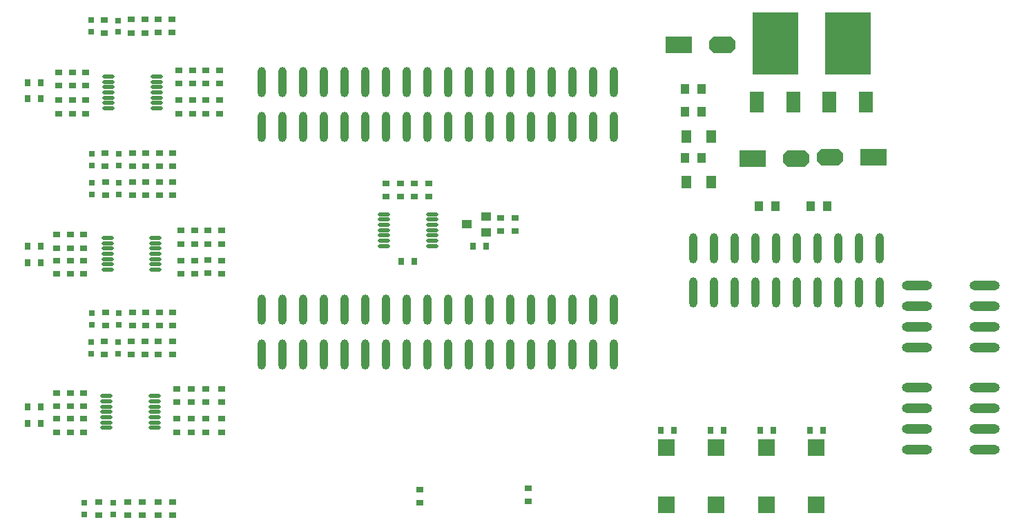
<source format=gtp>
G04 Layer_Color=8421504*
%FSLAX25Y25*%
%MOIN*%
G70*
G01*
G75*
%ADD10O,0.04016X0.14567*%
%ADD11R,0.03500X0.03000*%
%ADD12R,0.05000X0.06000*%
%ADD13R,0.04000X0.05000*%
G04:AMPARAMS|DCode=14|XSize=125.98mil|YSize=78.74mil|CornerRadius=0mil|HoleSize=0mil|Usage=FLASHONLY|Rotation=180.000|XOffset=0mil|YOffset=0mil|HoleType=Round|Shape=Octagon|*
%AMOCTAGOND14*
4,1,8,-0.06299,0.01968,-0.06299,-0.01968,-0.04331,-0.03937,0.04331,-0.03937,0.06299,-0.01968,0.06299,0.01968,0.04331,0.03937,-0.04331,0.03937,-0.06299,0.01968,0.0*
%
%ADD14OCTAGOND14*%

%ADD15R,0.12598X0.07874*%
%ADD16R,0.03000X0.03500*%
%ADD17O,0.14567X0.04528*%
%ADD18R,0.07874X0.07874*%
%ADD19R,0.04724X0.03937*%
%ADD20O,0.05905X0.01772*%
%ADD21R,0.03000X0.02500*%
%ADD22R,0.07000X0.10000*%
%ADD23R,0.21850X0.29921*%
D10*
X233961Y82139D02*
D03*
X213961D02*
D03*
X203961D02*
D03*
X193961D02*
D03*
X183961D02*
D03*
X173961D02*
D03*
X163961D02*
D03*
X153961D02*
D03*
X233961Y103639D02*
D03*
X213961D02*
D03*
X203961D02*
D03*
X193961D02*
D03*
X183961D02*
D03*
X173961D02*
D03*
X143961Y82139D02*
D03*
X133961D02*
D03*
X163961Y103639D02*
D03*
X153961D02*
D03*
X143961D02*
D03*
X133961D02*
D03*
X223961D02*
D03*
Y82139D02*
D03*
Y192189D02*
D03*
Y213689D02*
D03*
X133961D02*
D03*
X143961D02*
D03*
X153961D02*
D03*
X163961D02*
D03*
X133961Y192189D02*
D03*
X143961D02*
D03*
X173961Y213689D02*
D03*
X183961D02*
D03*
X193961D02*
D03*
X203961D02*
D03*
X213961D02*
D03*
X233961D02*
D03*
X153961Y192189D02*
D03*
X163961D02*
D03*
X173961D02*
D03*
X183961D02*
D03*
X193961D02*
D03*
X203961D02*
D03*
X213961D02*
D03*
X233961D02*
D03*
X243961Y103639D02*
D03*
X253961D02*
D03*
X263961D02*
D03*
X273961D02*
D03*
X243961Y82139D02*
D03*
X253961D02*
D03*
X283961Y103639D02*
D03*
X293961D02*
D03*
X303961D02*
D03*
X263961Y82139D02*
D03*
X273961D02*
D03*
X283961D02*
D03*
X293961D02*
D03*
X303961D02*
D03*
Y192189D02*
D03*
X293961D02*
D03*
X283961D02*
D03*
X273961D02*
D03*
X263961D02*
D03*
X303961Y213689D02*
D03*
X293961D02*
D03*
X283961D02*
D03*
X253961Y192189D02*
D03*
X243961D02*
D03*
X273961Y213689D02*
D03*
X263961D02*
D03*
X253961D02*
D03*
X243961D02*
D03*
X342418Y133600D02*
D03*
X352300D02*
D03*
X362300D02*
D03*
X372300D02*
D03*
X382300D02*
D03*
X392300D02*
D03*
X402300D02*
D03*
X412300D02*
D03*
X342300Y112100D02*
D03*
X352300D02*
D03*
X362300D02*
D03*
X372300D02*
D03*
X382300D02*
D03*
X392300D02*
D03*
X422300Y133600D02*
D03*
X432300D02*
D03*
X402300Y112100D02*
D03*
X412300D02*
D03*
X422300D02*
D03*
X432300D02*
D03*
D11*
X200900Y158500D02*
D03*
Y164900D02*
D03*
X214650D02*
D03*
Y158500D02*
D03*
X207816Y164900D02*
D03*
Y158500D02*
D03*
X194150Y164900D02*
D03*
Y158500D02*
D03*
X256350Y148200D02*
D03*
Y141800D02*
D03*
X249350Y148200D02*
D03*
Y141800D02*
D03*
X114700Y121100D02*
D03*
Y127500D02*
D03*
X108200Y121300D02*
D03*
Y127700D02*
D03*
X58700Y102500D02*
D03*
Y96100D02*
D03*
X84700Y102500D02*
D03*
Y96100D02*
D03*
X107200Y44600D02*
D03*
Y51000D02*
D03*
X114700Y44600D02*
D03*
Y51000D02*
D03*
X78200Y102500D02*
D03*
Y96100D02*
D03*
X91200D02*
D03*
Y102500D02*
D03*
X71700Y96100D02*
D03*
Y102500D02*
D03*
X95200Y127500D02*
D03*
Y121100D02*
D03*
X101700Y127500D02*
D03*
Y121100D02*
D03*
X55400Y10800D02*
D03*
Y4400D02*
D03*
X83900Y10800D02*
D03*
Y4400D02*
D03*
X35200Y121100D02*
D03*
Y127500D02*
D03*
X41700Y121100D02*
D03*
Y127500D02*
D03*
X48200Y121100D02*
D03*
Y127500D02*
D03*
X76400Y10800D02*
D03*
Y4400D02*
D03*
X90900D02*
D03*
Y10800D02*
D03*
X69400Y4400D02*
D03*
Y10800D02*
D03*
X100200Y51000D02*
D03*
Y44600D02*
D03*
X93200Y51000D02*
D03*
Y44600D02*
D03*
X114700Y142000D02*
D03*
Y135600D02*
D03*
X108200Y142000D02*
D03*
Y135600D02*
D03*
X48200Y44600D02*
D03*
Y51000D02*
D03*
X35200Y44600D02*
D03*
Y51000D02*
D03*
X41700Y44600D02*
D03*
Y51000D02*
D03*
X58700Y159100D02*
D03*
Y165500D02*
D03*
X84700Y159100D02*
D03*
Y165500D02*
D03*
X114700Y65500D02*
D03*
Y59100D02*
D03*
X107200Y65500D02*
D03*
Y59100D02*
D03*
X78200Y159100D02*
D03*
Y165500D02*
D03*
X91200Y159100D02*
D03*
Y165500D02*
D03*
X71700D02*
D03*
Y159100D02*
D03*
X95200Y135600D02*
D03*
Y142000D02*
D03*
X101700Y135600D02*
D03*
Y142000D02*
D03*
X58200Y82100D02*
D03*
Y88500D02*
D03*
X84200Y82100D02*
D03*
Y88500D02*
D03*
X41700Y140000D02*
D03*
Y133600D02*
D03*
X35200Y140000D02*
D03*
Y133600D02*
D03*
X48200Y140000D02*
D03*
Y133600D02*
D03*
X77700Y82100D02*
D03*
Y88500D02*
D03*
X91200D02*
D03*
Y82100D02*
D03*
X71200Y88500D02*
D03*
Y82100D02*
D03*
X93200Y59100D02*
D03*
Y65500D02*
D03*
X100200Y59100D02*
D03*
Y65500D02*
D03*
X48200Y63500D02*
D03*
Y57100D02*
D03*
X41700Y63500D02*
D03*
Y57100D02*
D03*
X35200Y63500D02*
D03*
Y57100D02*
D03*
X107200Y198600D02*
D03*
Y205000D02*
D03*
X113700Y198600D02*
D03*
Y205000D02*
D03*
Y219400D02*
D03*
Y213000D02*
D03*
X107200Y219400D02*
D03*
Y213000D02*
D03*
X58500Y179500D02*
D03*
Y173100D02*
D03*
X84700Y179500D02*
D03*
Y173100D02*
D03*
X78200Y179500D02*
D03*
Y173100D02*
D03*
X58200Y237500D02*
D03*
Y243900D02*
D03*
X84100Y237700D02*
D03*
Y244100D02*
D03*
X91200Y179500D02*
D03*
Y173100D02*
D03*
X71700D02*
D03*
Y179500D02*
D03*
X100700Y205000D02*
D03*
Y198600D02*
D03*
X94200Y205000D02*
D03*
Y198600D02*
D03*
X77700Y237600D02*
D03*
Y244000D02*
D03*
X90600Y244200D02*
D03*
Y237800D02*
D03*
X71200Y244000D02*
D03*
Y237600D02*
D03*
X36200Y198600D02*
D03*
Y205000D02*
D03*
X42700Y198600D02*
D03*
Y205000D02*
D03*
X49200Y198600D02*
D03*
Y205000D02*
D03*
Y218500D02*
D03*
Y212100D02*
D03*
X94200Y213000D02*
D03*
Y219400D02*
D03*
X100700Y213000D02*
D03*
Y219400D02*
D03*
X42700Y218500D02*
D03*
Y212100D02*
D03*
X36200Y218500D02*
D03*
Y212100D02*
D03*
X210300Y10300D02*
D03*
Y16700D02*
D03*
X262800Y11200D02*
D03*
Y17600D02*
D03*
D12*
X339000Y165400D02*
D03*
X351000D02*
D03*
Y187600D02*
D03*
X339000D02*
D03*
D13*
X406900Y153900D02*
D03*
X398900D02*
D03*
X381900D02*
D03*
X373900D02*
D03*
X346400Y177100D02*
D03*
X338400D02*
D03*
X346400Y199300D02*
D03*
X338400D02*
D03*
X346400Y210400D02*
D03*
X338400D02*
D03*
D14*
X408400Y177400D02*
D03*
X391900Y176900D02*
D03*
X356400Y231900D02*
D03*
D15*
X429400Y177400D02*
D03*
X370900Y176900D02*
D03*
X335400Y231900D02*
D03*
D16*
X201450Y127200D02*
D03*
X207850D02*
D03*
X398800Y45500D02*
D03*
X405200D02*
D03*
X374749D02*
D03*
X381149D02*
D03*
X350698D02*
D03*
X357098D02*
D03*
X242550Y134500D02*
D03*
X236150D02*
D03*
X326647Y45500D02*
D03*
X333047D02*
D03*
X27400Y126300D02*
D03*
X21000D02*
D03*
X27400Y48800D02*
D03*
X21000D02*
D03*
X27400Y134300D02*
D03*
X21000D02*
D03*
X27400Y56800D02*
D03*
X21000D02*
D03*
X27400Y205800D02*
D03*
X21000D02*
D03*
X27400Y213300D02*
D03*
X21000D02*
D03*
D17*
X482939Y85500D02*
D03*
X450261D02*
D03*
X482939Y115500D02*
D03*
X450261D02*
D03*
X482939Y105500D02*
D03*
X450261D02*
D03*
Y95500D02*
D03*
X482939D02*
D03*
Y36100D02*
D03*
X450261D02*
D03*
X482939Y66100D02*
D03*
X450261D02*
D03*
X482939Y56100D02*
D03*
X450261D02*
D03*
Y46100D02*
D03*
X482939D02*
D03*
D18*
X401653Y9441D02*
D03*
Y37000D02*
D03*
X377602Y9441D02*
D03*
Y37000D02*
D03*
X353551Y9441D02*
D03*
Y37000D02*
D03*
X329500Y9441D02*
D03*
Y37000D02*
D03*
D19*
X242476Y141260D02*
D03*
Y148740D02*
D03*
X233224Y145000D02*
D03*
D20*
X193035Y149877D02*
D03*
Y147318D02*
D03*
Y144759D02*
D03*
Y142200D02*
D03*
Y139641D02*
D03*
Y137082D02*
D03*
Y134523D02*
D03*
X216264D02*
D03*
Y137082D02*
D03*
Y139641D02*
D03*
Y142200D02*
D03*
Y144759D02*
D03*
Y147318D02*
D03*
Y149877D02*
D03*
X82814Y123123D02*
D03*
Y125682D02*
D03*
Y128241D02*
D03*
Y130800D02*
D03*
Y133359D02*
D03*
Y135918D02*
D03*
Y138477D02*
D03*
X59586D02*
D03*
Y135918D02*
D03*
Y133359D02*
D03*
Y130800D02*
D03*
Y128241D02*
D03*
Y125682D02*
D03*
Y123123D02*
D03*
X82314Y46623D02*
D03*
Y49182D02*
D03*
Y51741D02*
D03*
Y54300D02*
D03*
Y56859D02*
D03*
Y59418D02*
D03*
Y61977D02*
D03*
X59086D02*
D03*
Y59418D02*
D03*
Y56859D02*
D03*
Y54300D02*
D03*
Y51741D02*
D03*
Y49182D02*
D03*
Y46623D02*
D03*
X83314Y201123D02*
D03*
Y203682D02*
D03*
Y206241D02*
D03*
Y208800D02*
D03*
Y211359D02*
D03*
Y213918D02*
D03*
Y216477D02*
D03*
X60086D02*
D03*
Y213918D02*
D03*
Y211359D02*
D03*
Y208800D02*
D03*
Y206241D02*
D03*
Y203682D02*
D03*
Y201123D02*
D03*
D21*
X65200Y96500D02*
D03*
Y102100D02*
D03*
X52200Y96500D02*
D03*
Y102100D02*
D03*
X62400Y4800D02*
D03*
Y10400D02*
D03*
X48400Y4800D02*
D03*
Y10400D02*
D03*
X65200Y165100D02*
D03*
Y159500D02*
D03*
X52200Y165100D02*
D03*
Y159500D02*
D03*
X64700Y88100D02*
D03*
Y82500D02*
D03*
X51700Y88100D02*
D03*
Y82500D02*
D03*
X65000Y173500D02*
D03*
Y179100D02*
D03*
X52000Y173500D02*
D03*
Y179100D02*
D03*
X64600Y243600D02*
D03*
Y238000D02*
D03*
X51700Y238100D02*
D03*
Y243700D02*
D03*
D22*
X407924Y204227D02*
D03*
X425876D02*
D03*
X372924D02*
D03*
X390876D02*
D03*
D23*
X416900Y232400D02*
D03*
X381900D02*
D03*
M02*

</source>
